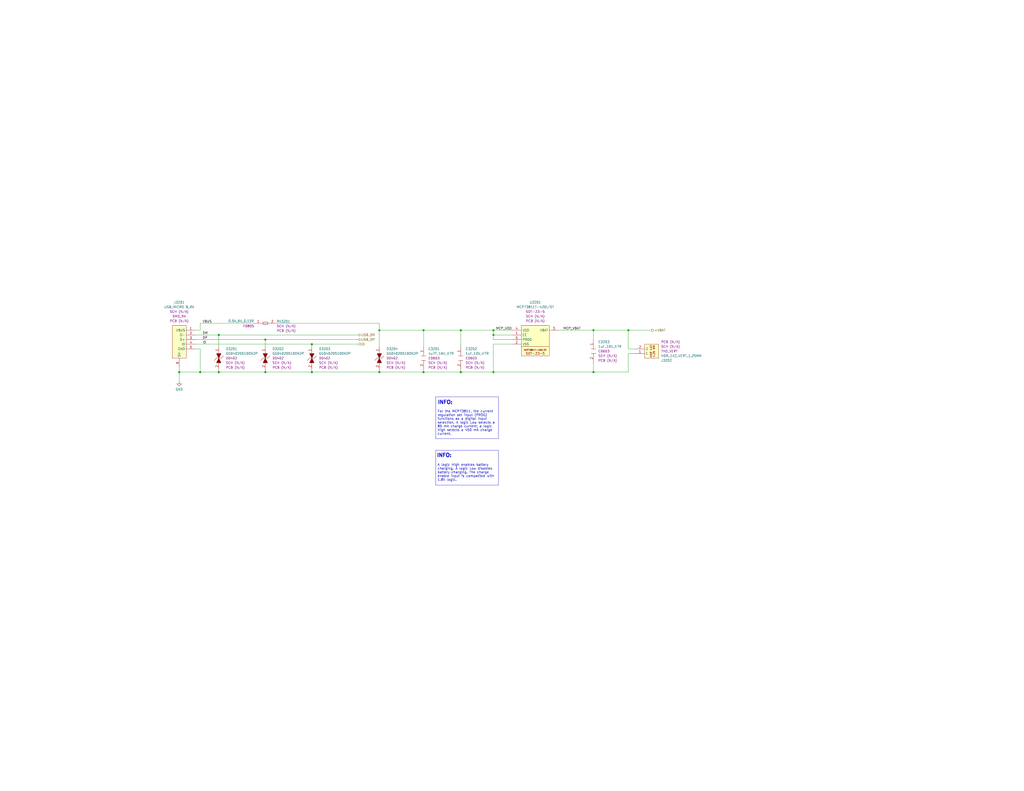
<source format=kicad_sch>
(kicad_sch (version 20231120) (generator "eeschema") (generator_version "8.0")
  (paper "C")
  (title_block (title "Quadcopter") (date "2024-03-17") (rev "01") (company "Mend0z0") (comment 1 "01") (comment 2 "PRELIMINARY") (comment 3 "Siavash Taher Parvar") (comment 8 "N/A") (comment 9 "First Version"))
  (lib_symbols
    (symbol "_SCHLIB_Qcopter:CAP_CER_1uF_10V_X7R_C0603"
      (property "Reference" "C" (at 3.556 4.064 0))
      (property "Value" "1uF_10V_X7R" (at 3.81 6.604 0))
      (property "Package" "C0603" (at 3.81 35.306 0))
      (property "SCH CHECK" "SCH (N/A)" (at 3.81 29.972 0))
      (property "PCB CHECK" "PCB (N/A)" (at 3.81 32.512 0))
      (symbol "CAP_CER_1uF_10V_X7R_C0603_0_0"
        (polyline (pts (xy 5.08 1.27) (xy 5.08 -1.27)))
        (polyline (pts (xy 7.62 1.27) (xy 7.62 -1.27)))
      )
      (symbol "CAP_CER_1uF_10V_X7R_C0603_1_1"
        (pin passive line (at 0 0 0) (length 5.08) (name "") (number "1"))
        (pin passive line (at 12.7 0 180) (length 5.08) (name "") (number "2"))
      )
    )
    (symbol "_SCHLIB_Qcopter:CAP_CER_4.7uF_16V_X7R_C0603"
      (property "Reference" "C" (at 3.556 4.064 0))
      (property "Value" "4u7F_16V_X7R" (at 3.81 6.604 0))
      (property "Package" "C0603" (at 3.81 35.306 0))
      (property "SCH CHECK" "SCH (N/A)" (at 3.81 29.972 0))
      (property "PCB CHECK" "PCB (N/A)" (at 3.81 32.512 0))
      (symbol "CAP_CER_4.7uF_16V_X7R_C0603_0_0"
        (polyline (pts (xy 5.08 1.27) (xy 5.08 -1.27)))
        (polyline (pts (xy 7.62 1.27) (xy 7.62 -1.27)))
      )
      (symbol "CAP_CER_4.7uF_16V_X7R_C0603_1_1"
        (pin passive line (at 0 0 0) (length 5.08) (name "") (number "1"))
        (pin passive line (at 12.7 0 180) (length 5.08) (name "") (number "2"))
      )
    )
    (symbol "_SCHLIB_Qcopter:CONN_HDR_1X2_VERT_THD-1.25MM"
      (property "Reference" "J" (at 3.556 4.064 0))
      (property "Value" "HDR_1X2_VERT_1.25MM" (at 3.81 6.604 0))
      (property "Package" "THD_VERT" (at 3.81 35.306 0))
      (property "SCH CHECK" "SCH (N/A)" (at 3.81 29.972 0))
      (property "PCB CHECK" "PCB (N/A)" (at 3.81 32.512 0))
      (symbol "CONN_HDR_1X2_VERT_THD-1.25MM_1_1"
        (rectangle (start 0 0) (end 7.62 -7.62) (fill (type background)))
        (text "HDR 1X2\n1.25 MM" (at 4.318 -3.81 900) (effects (font (size 1.016 1.016))))
        (pin passive line (at -5.08 -2.54 0) (length 5.08) (name "1") (number "1"))
        (pin passive line (at -5.08 -5.08 0) (length 5.08) (name "2") (number "2"))
      )
    )
    (symbol "_SCHLIB_Qcopter:CONN_USB MICRO B-10118194-0001LF_5POS_RA_SMD"
      (property "Reference" "J" (at 2.54 2.54 0))
      (property "Value" "USB_MICRO B_RA" (at 2.54 5.08 0))
      (property "SCH CHECK" "SCH (N/A)" (at 2.54 30.48 0))
      (property "Package" "SMD_RA" (at 2.54 33.02 0))
      (property "PCB CHECk" "PCB (N/A)" (at 2.54 27.94 0))
      (symbol "CONN_USB MICRO B-10118194-0001LF_5POS_RA_SMD_0_1"
        (rectangle (start 0 0) (end 7.62 -17.78) (fill (type background)))
      )
      (symbol "CONN_USB MICRO B-10118194-0001LF_5POS_RA_SMD_1_1"
        (pin passive line (at 12.7 -2.54 180) (length 5.08) (name "VBUS") (number "1"))
        (pin passive line (at 12.7 -5.08 180) (length 5.08) (name "D-") (number "2"))
        (pin passive line (at 12.7 -7.62 180) (length 5.08) (name "D+") (number "3"))
        (pin passive line (at 12.7 -10.16 180) (length 5.08) (name "ID") (number "4"))
        (pin passive line (at 12.7 -12.7 180) (length 5.08) (name "GND") (number "5"))
        (pin passive line (at 3.81 -22.86 90) (length 5.08) (name "SH") (number "6"))
      )
    )
    (symbol "_SCHLIB_Qcopter:DIODE_TVS_GG040205100N2P_5V_5.5V_8A(8/20us)_D0402"
      (property "Reference" "D" (at 2.54 5.08 0))
      (property "Value" "GG040205100N2P" (at 2.54 7.62 0))
      (property "Package" "D0402" (at 2.54 35.56 0))
      (property "SCH CHECK" "SCH (N/A)" (at 2.54 33.02 0))
      (property "PCB CHECk" "PCB (N/A)" (at 2.54 30.48 0))
      (symbol "DIODE_TVS_GG040205100N2P_5V_5.5V_8A(8/20us)_D0402_0_1"
        (polyline (pts (xy 3.81 1.27) (xy 3.81 -1.27) (xy 6.35 0) (xy 3.81 1.27)) (fill (type outline)))
        (polyline (pts (xy 5.08 2.54) (xy 6.35 1.27) (xy 6.35 -1.27) (xy 7.62 -2.54)))
        (polyline (pts (xy 8.89 -1.27) (xy 8.89 1.27) (xy 6.35 0) (xy 8.89 -1.27)) (fill (type outline)))
      )
      (symbol "DIODE_TVS_GG040205100N2P_5V_5.5V_8A(8/20us)_D0402_1_1"
        (pin passive line (at 0 0 0) (length 3.81) (name "") (number "1"))
        (pin passive line (at 12.7 0 180) (length 3.81) (name "") (number "2"))
      )
    )
    (symbol "_SCHLIB_Qcopter:FUSE_PTC_PTS08056V050_0.5A_1A_6V_F0805"
      (property "Reference" "RV" (at 2.54 3.81 0))
      (property "Value" "0.5A_6V_0.15R" (at 2.54 6.35 0))
      (property "Package" "F0805" (at 2.54 34.29 0))
      (property "SCH CHECK" "SCH (N/A)" (at 2.54 31.75 0))
      (property "PCB CHECk" "PCB (N/A)" (at 2.54 29.21 0))
      (symbol "FUSE_PTC_PTS08056V050_0.5A_1A_6V_F0805_0_1"
        (polyline (pts (xy 5.08 0) (xy 7.62 0)))
        (polyline (pts (xy 5.08 0.635) (xy 7.62 0.635) (xy 7.62 -0.635) (xy 5.08 -0.635) (xy 5.08 0.635)))
      )
      (symbol "FUSE_PTC_PTS08056V050_0.5A_1A_6V_F0805_1_1"
        (pin passive line (at 0 0 0) (length 5.08) (name "") (number "1"))
        (pin passive line (at 12.7 0 180) (length 5.08) (name "") (number "2"))
      )
    )
    (symbol "_SCHLIB_Qcopter:IC_PMIC_MCP73811T-420I/OT_CHARGER_1C_SOT-23-5"
      (property "Reference" "U" (at 2.54 2.54 0))
      (property "Value" "MCP73811T-420I/OT" (at 2.54 5.08 0))
      (property "Package" "SOT-23-5" (at 2.54 33.02 0))
      (property "SCH CHECK" "SCH (N/A)" (at 2.54 30.48 0))
      (property "PCB CHECk" "PCB (N/A)" (at 2.54 27.94 0))
      (symbol "IC_PMIC_MCP73811T-420I/OT_CHARGER_1C_SOT-23-5_0_0"
        (text "	\nMCP73811T-420I/OT" (at 7.62 -12.7 0) (effects (font (size 0.762 0.762))))
        (text "SOT-23-5" (at 7.62 -15.24 0) (effects (font (size 1.27 1.27))))
      )
      (symbol "IC_PMIC_MCP73811T-420I/OT_CHARGER_1C_SOT-23-5_0_1"
        (polyline (pts (xy 0 -11.43) (xy 15.24 -11.43)))
        (rectangle (start 0 0) (end 15.24 -16.51) (fill (type background)))
      )
      (symbol "IC_PMIC_MCP73811T-420I/OT_CHARGER_1C_SOT-23-5_1_1"
        (pin passive line (at -5.08 -5.08 0) (length 5.08) (name "CE") (number "1"))
        (pin passive line (at -5.08 -10.16 0) (length 5.08) (name "VSS") (number "2"))
        (pin passive line (at 20.32 -2.54 180) (length 5.08) (name "VBAT") (number "3"))
        (pin passive line (at -5.08 -2.54 0) (length 5.08) (name "VDD") (number "4"))
        (pin passive line (at -5.08 -7.62 0) (length 5.08) (name "PROG") (number "5"))
      )
    )
    (symbol "power:GND" (power) (pin_numbers hide) (pin_names (offset 0) hide)
      (property "Value" "GND" (at 0 -3.81 0))
      (symbol "GND_0_1"
        (polyline (pts (xy 0 0) (xy 0 -1.27) (xy 1.27 -1.27) (xy 0 -2.54) (xy -1.27 -1.27) (xy 0 -1.27)))
      )
      (symbol "GND_1_1"
        (pin power_in line (at 0 0 270) (length 0) (name "~") (number "1"))
      )
    )
  )
  (junction (at 231.14 203.2))
  (junction (at 170.18 203.2))
  (junction (at 144.78 185.42))
  (junction (at 109.22 203.2))
  (junction (at 97.79 203.2))
  (junction (at 207.01 180.34))
  (junction (at 269.24 182.88))
  (junction (at 323.85 203.2))
  (junction (at 323.85 180.34))
  (junction (at 119.38 203.2))
  (junction (at 119.38 182.88))
  (junction (at 170.18 187.96))
  (junction (at 231.14 180.34))
  (junction (at 207.01 203.2))
  (junction (at 269.24 203.2))
  (junction (at 269.24 180.34))
  (junction (at 251.46 203.2))
  (junction (at 342.9 180.34))
  (junction (at 251.46 180.34))
  (junction (at 144.78 203.2))
  (wire (pts (xy 119.38 201.93) (xy 119.38 203.2)))
  (wire (pts (xy 151.13 176.53) (xy 207.01 176.53)))
  (wire (pts (xy 323.85 180.34) (xy 304.8 180.34)))
  (wire (pts (xy 231.14 180.34) (xy 231.14 189.23)))
  (wire (pts (xy 342.9 180.34) (xy 323.85 180.34)))
  (wire (pts (xy 231.14 203.2) (xy 251.46 203.2)))
  (wire (pts (xy 207.01 180.34) (xy 207.01 189.23)))
  (wire (pts (xy 97.79 200.66) (xy 97.79 203.2)))
  (wire (pts (xy 251.46 180.34) (xy 269.24 180.34)))
  (wire (pts (xy 119.38 182.88) (xy 119.38 189.23)))
  (wire (pts (xy 269.24 182.88) (xy 269.24 180.34)))
  (wire (pts (xy 170.18 203.2) (xy 207.01 203.2)))
  (wire (pts (xy 109.22 203.2) (xy 119.38 203.2)))
  (wire (pts (xy 346.71 193.04) (xy 342.9 193.04)))
  (wire (pts (xy 231.14 180.34) (xy 251.46 180.34)))
  (wire (pts (xy 207.01 201.93) (xy 207.01 203.2)))
  (wire (pts (xy 97.79 203.2) (xy 109.22 203.2)))
  (wire (pts (xy 144.78 201.93) (xy 144.78 203.2)))
  (wire (pts (xy 109.22 176.53) (xy 109.22 180.34)))
  (wire (pts (xy 269.24 182.88) (xy 279.4 182.88)))
  (wire (pts (xy 269.24 180.34) (xy 279.4 180.34)))
  (wire (pts (xy 269.24 203.2) (xy 323.85 203.2)))
  (wire (pts (xy 195.58 187.96) (xy 170.18 187.96)))
  (wire (pts (xy 109.22 176.53) (xy 138.43 176.53)))
  (wire (pts (xy 323.85 198.12) (xy 323.85 203.2)))
  (wire (pts (xy 231.14 201.93) (xy 231.14 203.2)))
  (wire (pts (xy 269.24 185.42) (xy 269.24 182.88)))
  (wire (pts (xy 346.71 190.5) (xy 342.9 190.5)))
  (wire (pts (xy 170.18 187.96) (xy 170.18 189.23)))
  (wire (pts (xy 342.9 193.04) (xy 342.9 203.2)))
  (wire (pts (xy 144.78 203.2) (xy 170.18 203.2)))
  (wire (pts (xy 251.46 189.23) (xy 251.46 180.34)))
  (wire (pts (xy 170.18 201.93) (xy 170.18 203.2)))
  (wire (pts (xy 144.78 185.42) (xy 106.68 185.42)))
  (wire (pts (xy 170.18 187.96) (xy 106.68 187.96)))
  (wire (pts (xy 195.58 185.42) (xy 144.78 185.42)))
  (wire (pts (xy 342.9 180.34) (xy 342.9 190.5)))
  (wire (pts (xy 144.78 185.42) (xy 144.78 189.23)))
  (wire (pts (xy 323.85 185.42) (xy 323.85 180.34)))
  (wire (pts (xy 97.79 208.28) (xy 97.79 203.2)))
  (wire (pts (xy 279.4 185.42) (xy 269.24 185.42)))
  (wire (pts (xy 279.4 187.96) (xy 269.24 187.96)))
  (wire (pts (xy 195.58 182.88) (xy 119.38 182.88)))
  (wire (pts (xy 207.01 203.2) (xy 231.14 203.2)))
  (wire (pts (xy 119.38 182.88) (xy 106.68 182.88)))
  (wire (pts (xy 355.6 180.34) (xy 342.9 180.34)))
  (wire (pts (xy 251.46 201.93) (xy 251.46 203.2)))
  (wire (pts (xy 207.01 180.34) (xy 231.14 180.34)))
  (wire (pts (xy 207.01 176.53) (xy 207.01 180.34)))
  (wire (pts (xy 251.46 203.2) (xy 269.24 203.2)))
  (wire (pts (xy 109.22 190.5) (xy 109.22 203.2)))
  (wire (pts (xy 269.24 187.96) (xy 269.24 203.2)))
  (wire (pts (xy 109.22 190.5) (xy 106.68 190.5)))
  (wire (pts (xy 342.9 203.2) (xy 323.85 203.2)))
  (wire (pts (xy 109.22 180.34) (xy 106.68 180.34)))
  (wire (pts (xy 119.38 203.2) (xy 144.78 203.2)))
  (text_box "\n\n\nA logic High enables battery charging. A logic Low disables battery charging. The charge enable input is compatible with 1.8V logic.\n" (at 237.744 245.872 0) (size 34.29 19.05) (effects (font (size 1.27 1.27)) (justify left top)))
  (text_box "\n\n\nFor the MCP73811, the current regulation set input (PROG) functions as a digital input selection. A logic Low selects a 85 mA charge current; a logic High selects a 450 mA charge current." (at 237.744 216.662 0) (size 34.29 22.86) (effects (font (size 1.27 1.27)) (justify left top)))
  (text "INFO:" (at 238.252 249.936 0) (effects (font (size 2 2) (thickness 0.4) (bold yes)) (justify left bottom)))
  (text "INFO:" (at 238.76 220.98 0) (effects (font (size 2 2) (thickness 0.4) (bold yes)) (justify left bottom)))
  (label "VBUS" (at 110.49 176.53 0))
  (label "ID" (at 110.49 187.96 0))
  (label "MCP_VDD" (at 270.51 180.34 0))
  (label "DP" (at 110.49 185.42 0))
  (label "DM" (at 110.49 182.88 0))
  (label "MCP_VBAT" (at 307.34 180.34 0))
  (hierarchical_label "USB_DM" (shape bidirectional) (at 195.58 182.88 0))
  (hierarchical_label "USB_DP" (shape bidirectional) (at 195.58 185.42 0))
  (hierarchical_label "ID" (shape input) (at 195.58 187.96 0))
  (hierarchical_label "+VBAT" (shape output) (at 355.6 180.34 0))
  (symbol (lib_id "_SCHLIB_Qcopter:CAP_CER_1uF_10V_X7R_C0603") (at 323.85 185.42 270) (unit 1)
    (property "Reference" "C3203" (at 326.39 186.6899 90) (effects (justify left)))
    (property "Value" "1uF_10V_X7R" (at 326.39 189.2299 90) (effects (justify left)))
    (property "Footprint" "Capacitor_SMD:C_0603_1608Metric" (effects (hide yes)))
    (property "Datasheet" "https://mm.digikey.com/Volume0/opasdata/d220001/medias/docus/3584/CL10B105KP8NNNC_Spec.pdf" (effects (hide yes)))
    (property "Description" "1 µF ±10% 10V Ceramic Capacitor X7R 0603 (1608 Metric)" (effects (hide yes)))
    (property "Package" "C0603" (at 326.39 191.7699 90) (effects (justify left)))
    (property "Part Number (Manufacturer)" "CL10B105KP8NNNC" (effects (hide yes)))
    (property "Manufacturer" "Samsung Electro-Mechanics" (effects (hide yes)))
    (property "Part Number (Vendor)" "1276-1946-2-ND" (effects (hide yes)))
    (property "Vendor" "Digikey" (effects (hide yes)))
    (property "Purchase Link" "https://www.digikey.ca/en/products/detail/samsung-electro-mechanics/CL10B105KP8NNNC/3887604" (effects (hide yes)))
    (property "SCH CHECK" "SCH (N/A)" (at 326.39 194.3099 90) (effects (justify left)))
    (property "PCB CHECK" "PCB (N/A)" (at 326.39 196.8499 90) (effects (justify left)))
  )
  (symbol (lib_id "_SCHLIB_Qcopter:DIODE_TVS_GG040205100N2P_5V_5.5V_8A(8/20us)_D0402") (at 207.01 189.23 270) (unit 1)
    (property "Reference" "D3204" (at 210.82 190.4999 90) (effects (justify left)))
    (property "Value" "GG040205100N2P" (at 210.82 193.0399 90) (effects (justify left)))
    (property "Footprint" "Diode_SMD:D_0402_1005Metric" (effects (hide yes)))
    (property "Datasheet" "https://datasheets.kyocera-avx.com/AVX-GiGuard.pdf" (effects (hide yes)))
    (property "Description" "12V Clamp 8A (8/20µs) Ipp Tvs Diode Surface Mount 0402 (1005 Metric)" (effects (hide yes)))
    (property "Part Number (Manufacturer)" "GG040205100N2P" (effects (hide yes)))
    (property "Link" "https://www.digikey.ca/en/products/detail/kyocera-avx/GG040205100N2P/6826546" (effects (hide yes)))
    (property "Manufacturer" "KYOCERA AVX" (effects (hide yes)))
    (property "Part Number (Vendor)" "478-10594-2-ND" (effects (hide yes)))
    (property "Vendor" "Digikey" (effects (hide yes)))
    (property "Package" "D0402" (at 210.82 195.5799 90) (effects (justify left)))
    (property "SCH CHECK" "SCH (N/A)" (at 210.82 198.1199 90) (effects (justify left)))
    (property "PCB CHECk" "PCB (N/A)" (at 210.82 200.6599 90) (effects (justify left)))
  )
  (symbol (lib_id "_SCHLIB_Qcopter:DIODE_TVS_GG040205100N2P_5V_5.5V_8A(8/20us)_D0402") (at 170.18 189.23 270) (unit 1)
    (property "Reference" "D3203" (at 173.99 190.4999 90) (effects (justify left)))
    (property "Value" "GG040205100N2P" (at 173.99 193.0399 90) (effects (justify left)))
    (property "Footprint" "Diode_SMD:D_0402_1005Metric" (effects (hide yes)))
    (property "Datasheet" "https://datasheets.kyocera-avx.com/AVX-GiGuard.pdf" (effects (hide yes)))
    (property "Description" "12V Clamp 8A (8/20µs) Ipp Tvs Diode Surface Mount 0402 (1005 Metric)" (effects (hide yes)))
    (property "Part Number (Manufacturer)" "GG040205100N2P" (effects (hide yes)))
    (property "Link" "https://www.digikey.ca/en/products/detail/kyocera-avx/GG040205100N2P/6826546" (effects (hide yes)))
    (property "Manufacturer" "KYOCERA AVX" (effects (hide yes)))
    (property "Part Number (Vendor)" "478-10594-2-ND" (effects (hide yes)))
    (property "Vendor" "Digikey" (effects (hide yes)))
    (property "Package" "D0402" (at 173.99 195.5799 90) (effects (justify left)))
    (property "SCH CHECK" "SCH (N/A)" (at 173.99 198.1199 90) (effects (justify left)))
    (property "PCB CHECk" "PCB (N/A)" (at 173.99 200.6599 90) (effects (justify left)))
  )
  (symbol (lib_id "_SCHLIB_Qcopter:IC_PMIC_MCP73811T-420I/OT_CHARGER_1C_SOT-23-5") (at 284.48 177.8 0) (unit 1)
    (property "Reference" "U3201" (at 292.1 165.1 0))
    (property "Value" "MCP73811T-420I/OT" (at 292.1 167.64 0))
    (property "Footprint" "Package_TO_SOT_SMD:SOT-23-5" (effects (hide yes)))
    (property "Datasheet" "https://ww1.microchip.com/downloads/en/DeviceDoc/22036b.pdf" (effects (hide yes)))
    (property "Description" "Charger IC Lithium Ion/Polymer SOT-23-5" (effects (hide yes)))
    (property "Part Number (Manufacturer)" "MCP73811T-420I/OT" (effects (hide yes)))
    (property "Link" "https://www.digikey.ca/en/products/detail/microchip-technology/MCP73811T-420I-OT/1626617" (effects (hide yes)))
    (property "Manufacturer" "Microchip Technology" (effects (hide yes)))
    (property "Part Number (Vendor)" "MCP73811T-420I/OTTR-ND" (effects (hide yes)))
    (property "Vendor" "Digikey" (effects (hide yes)))
    (property "Package" "SOT-23-5" (at 292.1 170.18 0))
    (property "SCH CHECK" "SCH (N/A)" (at 292.1 172.72 0))
    (property "PCB CHECk" "PCB (N/A)" (at 292.1 175.26 0))
  )
  (symbol (lib_id "_SCHLIB_Qcopter:DIODE_TVS_GG040205100N2P_5V_5.5V_8A(8/20us)_D0402") (at 144.78 189.23 270) (unit 1)
    (property "Reference" "D3202" (at 148.59 190.4999 90) (effects (justify left)))
    (property "Value" "GG040205100N2P" (at 148.59 193.0399 90) (effects (justify left)))
    (property "Footprint" "Diode_SMD:D_0402_1005Metric" (effects (hide yes)))
    (property "Datasheet" "https://datasheets.kyocera-avx.com/AVX-GiGuard.pdf" (effects (hide yes)))
    (property "Description" "12V Clamp 8A (8/20µs) Ipp Tvs Diode Surface Mount 0402 (1005 Metric)" (effects (hide yes)))
    (property "Part Number (Manufacturer)" "GG040205100N2P" (effects (hide yes)))
    (property "Link" "https://www.digikey.ca/en/products/detail/kyocera-avx/GG040205100N2P/6826546" (effects (hide yes)))
    (property "Manufacturer" "KYOCERA AVX" (effects (hide yes)))
    (property "Part Number (Vendor)" "478-10594-2-ND" (effects (hide yes)))
    (property "Vendor" "Digikey" (effects (hide yes)))
    (property "Package" "D0402" (at 148.59 195.5799 90) (effects (justify left)))
    (property "SCH CHECK" "SCH (N/A)" (at 148.59 198.1199 90) (effects (justify left)))
    (property "PCB CHECk" "PCB (N/A)" (at 148.59 200.6599 90) (effects (justify left)))
  )
  (symbol (lib_id "_SCHLIB_Qcopter:CONN_USB MICRO B-10118194-0001LF_5POS_RA_SMD") (at 93.98 177.8 0) (unit 1)
    (property "Reference" "J3201" (at 97.79 165.1 0))
    (property "Value" "USB_MICRO B_RA" (at 97.79 167.64 0))
    (property "Footprint" "_PCBLIB_Qcopter:USB_Micro-B_Amphenol_10118194_Horizontal" (effects (hide yes)))
    (property "Datasheet" "https://www.amphenol-cs.com/media/wysiwyg/files/drawing/10118194.pdf" (effects (hide yes)))
    (property "Description" "USB - micro B USB 2.0 Receptacle Connector 5 Position Surface Mount, Right Angle; Through Hole" (effects (hide yes)))
    (property "Part Number (Manufacturer)" "10118194-0001LF" (effects (hide yes)))
    (property "Link" "https://www.digikey.ca/en/products/detail/amphenol-cs-fci/10118194-0001LF/2785389" (effects (hide yes)))
    (property "SCH CHECK" "SCH (N/A)" (at 97.79 170.18 0))
    (property "Package" "SMD_RA" (at 97.79 172.72 0))
    (property "Manufacturer" "Amphenol ICC (FCI)" (effects (hide yes)))
    (property "Part Number (Vendor)" "609-4618-2-ND" (effects (hide yes)))
    (property "Vendor" "Digikey" (effects (hide yes)))
    (property "PCB CHECk" "PCB (N/A)" (at 97.79 175.26 0))
  )
  (symbol (lib_id "_SCHLIB_Qcopter:DIODE_TVS_GG040205100N2P_5V_5.5V_8A(8/20us)_D0402") (at 119.38 189.23 270) (unit 1)
    (property "Reference" "D3201" (at 123.19 190.4999 90) (effects (justify left)))
    (property "Value" "GG040205100N2P" (at 123.19 193.0399 90) (effects (justify left)))
    (property "Footprint" "Diode_SMD:D_0402_1005Metric" (effects (hide yes)))
    (property "Datasheet" "https://datasheets.kyocera-avx.com/AVX-GiGuard.pdf" (effects (hide yes)))
    (property "Description" "12V Clamp 8A (8/20µs) Ipp Tvs Diode Surface Mount 0402 (1005 Metric)" (effects (hide yes)))
    (property "Part Number (Manufacturer)" "GG040205100N2P" (effects (hide yes)))
    (property "Link" "https://www.digikey.ca/en/products/detail/kyocera-avx/GG040205100N2P/6826546" (effects (hide yes)))
    (property "Manufacturer" "KYOCERA AVX" (effects (hide yes)))
    (property "Part Number (Vendor)" "478-10594-2-ND" (effects (hide yes)))
    (property "Vendor" "Digikey" (effects (hide yes)))
    (property "Package" "D0402" (at 123.19 195.5799 90) (effects (justify left)))
    (property "SCH CHECK" "SCH (N/A)" (at 123.19 198.1199 90) (effects (justify left)))
    (property "PCB CHECk" "PCB (N/A)" (at 123.19 200.6599 90) (effects (justify left)))
  )
  (symbol (lib_id "_SCHLIB_Qcopter:CAP_CER_4.7uF_16V_X7R_C0603") (at 231.14 189.23 270) (unit 1)
    (property "Reference" "C3201" (at 233.68 190.4999 90) (effects (justify left)))
    (property "Value" "4u7F_16V_X7R" (at 233.68 193.0399 90) (effects (justify left)))
    (property "Footprint" "Capacitor_SMD:C_0603_1608Metric" (effects (hide yes)))
    (property "Datasheet" "https://search.murata.co.jp/Ceramy/image/img/A01X/G101/ENG/GRM188Z71C475KE21-01A.pdf" (effects (hide yes)))
    (property "Description" "4.7 µF ±10% 16V Ceramic Capacitor X7R 0603 (1608 Metric)" (effects (hide yes)))
    (property "Package" "C0603" (at 233.68 195.5799 90) (effects (justify left)))
    (property "Part Number (Manufacturer)" "GRM188Z71C475KE21D" (effects (hide yes)))
    (property "Manufacturer" "Murata Electronics" (effects (hide yes)))
    (property "Part Number (Vendor)" "490-GRM188Z71C475KE21DTR-ND" (effects (hide yes)))
    (property "Vendor" "Digikey" (effects (hide yes)))
    (property "Purchase Link" "https://www.digikey.ca/en/products/detail/murata-electronics/GRM188Z71C475KE21D/13401930" (effects (hide yes)))
    (property "SCH CHECK" "SCH (N/A)" (at 233.68 198.1199 90) (effects (justify left)))
    (property "PCB CHECK" "PCB (N/A)" (at 233.68 200.6599 90) (effects (justify left)))
  )
  (symbol (lib_id "_SCHLIB_Qcopter:FUSE_PTC_PTS08056V050_0.5A_1A_6V_F0805") (at 138.43 176.53 0) (unit 1)
    (property "Reference" "RV3201" (at 154.686 175.514 0))
    (property "Value" "0.5A_6V_0.15R" (at 131.572 175.26 0))
    (property "Footprint" "Fuse:Fuse_0805_2012Metric" (effects (hide yes)))
    (property "Datasheet" "https://www.eaton.com/content/dam/eaton/products/electronic-components/resources/data-sheet/eaton-pts0805-surface-mount-resettable-ptc-devices-data-sheet.pdf" (effects (hide yes)))
    (property "Description" "PTC Resettable Fuse 6V 500 mA Ih Surface Mount 0805 (2012 Metric)" (effects (hide yes)))
    (property "Part Number (Manufacturer)" "PTS08056V050" (effects (hide yes)))
    (property "Link" "https://www.digikey.ca/en/products/detail/eaton-electronics-division/PTS08056V050/5420343" (effects (hide yes)))
    (property "Manufacturer" "Eaton - Electronics Division" (effects (hide yes)))
    (property "Part Number (Vendor)" "283-PTS08056V050TR-ND" (effects (hide yes)))
    (property "Vendor" "Digikey" (effects (hide yes)))
    (property "Package" "F0805" (at 135.636 178.054 0))
    (property "SCH CHECK" "SCH (N/A)" (at 156.21 178.054 0))
    (property "PCB CHECk" "PCB (N/A)" (at 156.21 180.594 0))
  )
  (symbol (lib_id "_SCHLIB_Qcopter:CAP_CER_1uF_10V_X7R_C0603") (at 251.46 189.23 270) (unit 1)
    (property "Reference" "C3202" (at 254 190.4999 90) (effects (justify left)))
    (property "Value" "1uF_10V_X7R" (at 254 193.0399 90) (effects (justify left)))
    (property "Footprint" "Capacitor_SMD:C_0603_1608Metric" (effects (hide yes)))
    (property "Datasheet" "https://mm.digikey.com/Volume0/opasdata/d220001/medias/docus/3584/CL10B105KP8NNNC_Spec.pdf" (effects (hide yes)))
    (property "Description" "1 µF ±10% 10V Ceramic Capacitor X7R 0603 (1608 Metric)" (effects (hide yes)))
    (property "Package" "C0603" (at 254 195.5799 90) (effects (justify left)))
    (property "Part Number (Manufacturer)" "CL10B105KP8NNNC" (effects (hide yes)))
    (property "Manufacturer" "Samsung Electro-Mechanics" (effects (hide yes)))
    (property "Part Number (Vendor)" "1276-1946-2-ND" (effects (hide yes)))
    (property "Vendor" "Digikey" (effects (hide yes)))
    (property "Purchase Link" "https://www.digikey.ca/en/products/detail/samsung-electro-mechanics/CL10B105KP8NNNC/3887604" (effects (hide yes)))
    (property "SCH CHECK" "SCH (N/A)" (at 254 198.1199 90) (effects (justify left)))
    (property "PCB CHECK" "PCB (N/A)" (at 254 200.6599 90) (effects (justify left)))
  )
  (symbol (lib_id "_SCHLIB_Qcopter:CONN_HDR_1X2_VERT_THD-1.25MM") (at 351.79 195.58 0) (mirror x) (unit 1)
    (property "Reference" "J3202" (at 360.68 196.8501 0) (effects (justify left)))
    (property "Value" "HDR_1X2_VERT_1.25MM" (at 360.68 194.3101 0) (effects (justify left)))
    (property "Footprint" "Connector_Hirose:Hirose_DF13-02P-1.25DSA_1x02_P1.25mm_Vertical" (effects (hide yes)))
    (property "Datasheet" "https://cdn.amphenol-cs.com/media/wysiwyg/files/documentation/datasheet/boardwiretoboard/bwb_1.25mm_wtb.pdf" (effects (hide yes)))
    (property "Description" "Connector Header Through Hole 2 position 0.049\" (1.25mm)" (effects (hide yes)))
    (property "Package" "THD_VERT" (at 360.68 191.7701 0) (effects (justify left)))
    (property "Part Number (Manufacturer)" "10114829-10102LF" (effects (hide yes)))
    (property "Manufacturer" "Amphenol ICC (FCI)" (effects (hide yes)))
    (property "Part Number (Vendor)" "609-4383-2-ND" (effects (hide yes)))
    (property "Vendor" "Digikey" (effects (hide yes)))
    (property "Purchase Link" "https://www.digikey.ca/en/products/detail/amphenol-cs-fci/10114829-10102LF/2658929" (effects (hide yes)))
    (property "SCH CHECK" "SCH (N/A)" (at 360.68 189.2301 0) (effects (justify left)))
    (property "PCB CHECK" "PCB (N/A)" (at 360.68 186.6901 0) (effects (justify left)))
  )
  (symbol (lib_id "power:GND") (at 97.79 208.28 0) (unit 1)
    (property "Reference" "#PWR03201" (effects (hide yes)))
    (property "Value" "GND" (at 95.758 212.598 0) (effects (justify left)))
    (property "Description" "Power symbol creates a global label with name \"GND\" , ground" (effects (hide yes)))
  )
)
</source>
